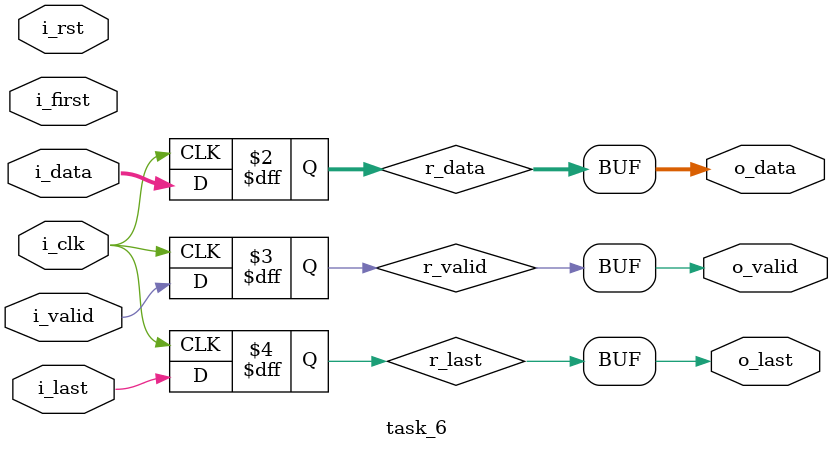
<source format=sv>
`timescale 1ns / 1ps
module task_6 #(
  parameter int TASK_INPUT_WIDTH = 8,
  parameter int TASK_OUTPUT_WIDTH = 8,
  parameter int INPUT_STREAMS     = 1,
  parameter int OUTPUT_STREAMS    = 1
)(
  input                         i_clk,
  input                         i_rst,

  input                         i_valid,
  input                         i_first,
  input                         i_last,
  input [TASK_INPUT_WIDTH-1:0]  i_data,

  output logic                  o_valid,
  output logic                  o_last,
  output logic [TASK_OUTPUT_WIDTH-1:0] o_data
);

  logic [TASK_OUTPUT_WIDTH-1:0] r_data; // Just a dummy register. Replace with your code.
  logic r_valid; // Just a dummy register. Replace with your code.
  logic r_last; // Just a dummy register. Replace with your code.

  always@(posedge i_clk) begin
    r_data <= i_data; // Just a dummy assignement. Replace with your code.
    r_valid <= i_valid; // Just a dummy assignement. Replace with your code.
    r_last <= i_last; // Just a dummy assignement. Replace with your code.
  end

  assign o_data = r_data; // Just a dummy assignement. Replace with your code.
  assign o_valid = r_valid; // Just a dummy assignement. Replace with your code.
  assign o_last = r_last; // Just a dummy assignement. Replace with your code.


endmodule
</source>
